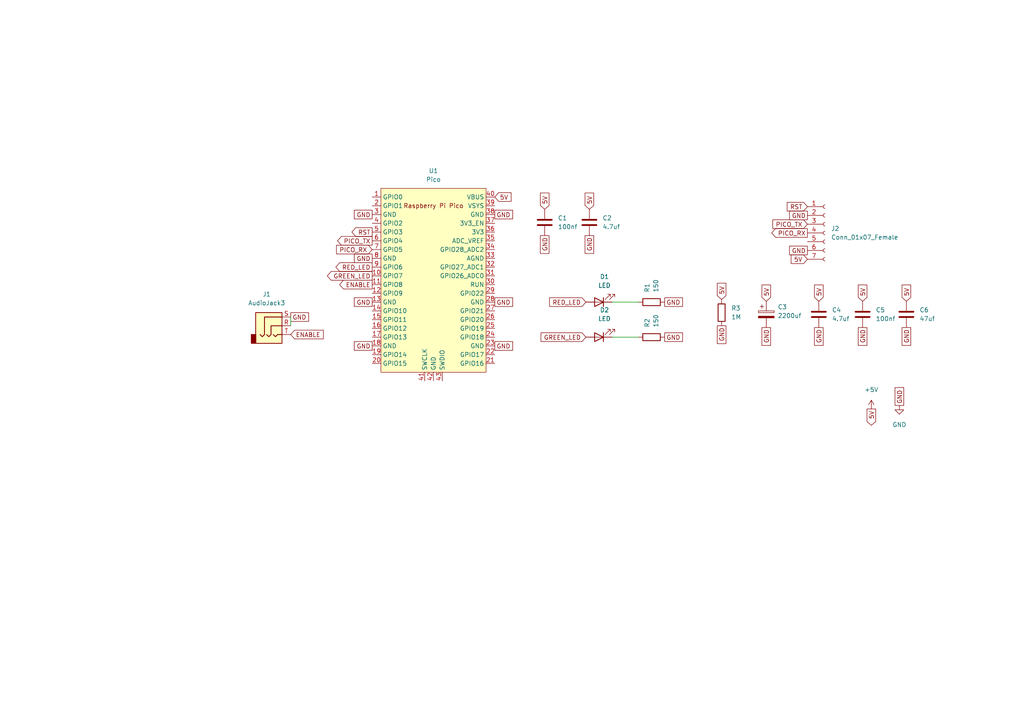
<source format=kicad_sch>
(kicad_sch (version 20211123) (generator eeschema)
  (paper "A4")
  (lib_symbols
    (symbol "Connector:AudioJack3"
      (property "Reference" "J" (at 0 8.89 0))
      (property "Value" "AudioJack3" (at 0 6.35 0))
      (symbol "AudioJack3_0_1"
        (rectangle (start -5.08 -5.08) (end -6.35 -2.54) (stroke (width 0.254)) (fill (type outline)))
        (polyline (pts (xy 0 -2.54) (xy 0.635 -3.175) (xy 1.27 -2.54) (xy 2.54 -2.54)) (stroke (width 0.254)))
        (polyline (pts (xy -1.905 -2.54) (xy -1.27 -3.175) (xy -0.635 -2.54) (xy -0.635 0) (xy 2.54 0)) (stroke (width 0.254)))
        (polyline (pts (xy 2.54 2.54) (xy -2.54 2.54) (xy -2.54 -2.54) (xy -3.175 -3.175) (xy -3.81 -2.54)) (stroke (width 0.254)))
        (rectangle (start 2.54 3.81) (end -5.08 -5.08) (stroke (width 0.254)) (fill (type background)))
      )
      (symbol "AudioJack3_1_1"
        (pin passive line (at 5.08 0 180) (length 2.54) (name "~") (number "R"))
        (pin passive line (at 5.08 2.54 180) (length 2.54) (name "~") (number "S"))
        (pin passive line (at 5.08 -2.54 180) (length 2.54) (name "~") (number "T"))
      )
    )
    (symbol "Connector:Conn_01x07_Female" (pin_names (offset 1.016) hide)
      (property "Reference" "J" (at 0 10.16 0))
      (property "Value" "Conn_01x07_Female" (at 0 -10.16 0))
      (symbol "Conn_01x07_Female_1_1"
        (arc (start 0 -7.112) (mid -0.508 -7.62) (end 0 -8.128) (stroke (width 0.1524)))
        (arc (start 0 -4.572) (mid -0.508 -5.08) (end 0 -5.588) (stroke (width 0.1524)))
        (arc (start 0 -2.032) (mid -0.508 -2.54) (end 0 -3.048) (stroke (width 0.1524)))
        (polyline (pts (xy -1.27 -7.62) (xy -0.508 -7.62)) (stroke (width 0.1524)))
        (polyline (pts (xy -1.27 -5.08) (xy -0.508 -5.08)) (stroke (width 0.1524)))
        (polyline (pts (xy -1.27 -2.54) (xy -0.508 -2.54)) (stroke (width 0.1524)))
        (polyline (pts (xy -1.27 0) (xy -0.508 0)) (stroke (width 0.1524)))
        (polyline (pts (xy -1.27 2.54) (xy -0.508 2.54)) (stroke (width 0.1524)))
        (polyline (pts (xy -1.27 5.08) (xy -0.508 5.08)) (stroke (width 0.1524)))
        (polyline (pts (xy -1.27 7.62) (xy -0.508 7.62)) (stroke (width 0.1524)))
        (arc (start 0 0.508) (mid -0.508 0) (end 0 -0.508) (stroke (width 0.1524)))
        (arc (start 0 3.048) (mid -0.508 2.54) (end 0 2.032) (stroke (width 0.1524)))
        (arc (start 0 5.588) (mid -0.508 5.08) (end 0 4.572) (stroke (width 0.1524)))
        (arc (start 0 8.128) (mid -0.508 7.62) (end 0 7.112) (stroke (width 0.1524)))
        (pin passive line (at -5.08 7.62 0) (length 3.81) (name "Pin_1") (number "1"))
        (pin passive line (at -5.08 5.08 0) (length 3.81) (name "Pin_2") (number "2"))
        (pin passive line (at -5.08 2.54 0) (length 3.81) (name "Pin_3") (number "3"))
        (pin passive line (at -5.08 0 0) (length 3.81) (name "Pin_4") (number "4"))
        (pin passive line (at -5.08 -2.54 0) (length 3.81) (name "Pin_5") (number "5"))
        (pin passive line (at -5.08 -5.08 0) (length 3.81) (name "Pin_6") (number "6"))
        (pin passive line (at -5.08 -7.62 0) (length 3.81) (name "Pin_7") (number "7"))
      )
    )
    (symbol "Device:C" (pin_numbers hide) (pin_names (offset 0.254))
      (property "Reference" "C" (at 0.635 2.54 0))
      (property "Value" "C" (at 0.635 -2.54 0))
      (symbol "C_0_1"
        (polyline (pts (xy -2.032 -0.762) (xy 2.032 -0.762)) (stroke (width 0.508)))
        (polyline (pts (xy -2.032 0.762) (xy 2.032 0.762)) (stroke (width 0.508)))
      )
      (symbol "C_1_1"
        (pin passive line (at 0 3.81 270) (length 2.794) (name "~") (number "1"))
        (pin passive line (at 0 -3.81 90) (length 2.794) (name "~") (number "2"))
      )
    )
    (symbol "Device:C_Polarized" (pin_numbers hide) (pin_names (offset 0.254))
      (property "Reference" "C" (at 0.635 2.54 0))
      (property "Value" "C_Polarized" (at 0.635 -2.54 0))
      (symbol "C_Polarized_0_1"
        (rectangle (start -2.286 0.508) (end 2.286 1.016))
        (polyline (pts (xy -1.778 2.286) (xy -0.762 2.286)))
        (polyline (pts (xy -1.27 2.794) (xy -1.27 1.778)))
        (rectangle (start 2.286 -0.508) (end -2.286 -1.016) (fill (type outline)))
      )
      (symbol "C_Polarized_1_1"
        (pin passive line (at 0 3.81 270) (length 2.794) (name "~") (number "1"))
        (pin passive line (at 0 -3.81 90) (length 2.794) (name "~") (number "2"))
      )
    )
    (symbol "Device:LED" (pin_numbers hide) (pin_names (offset 1.016) hide)
      (property "Reference" "D" (at 0 2.54 0))
      (property "Value" "LED" (at 0 -2.54 0))
      (symbol "LED_0_1"
        (polyline (pts (xy -1.27 -1.27) (xy -1.27 1.27)) (stroke (width 0.254)))
        (polyline (pts (xy -1.27 0) (xy 1.27 0)))
        (polyline (pts (xy 1.27 -1.27) (xy 1.27 1.27) (xy -1.27 0) (xy 1.27 -1.27)) (stroke (width 0.254)))
        (polyline (pts (xy -3.048 -0.762) (xy -4.572 -2.286) (xy -3.81 -2.286) (xy -4.572 -2.286) (xy -4.572 -1.524)))
        (polyline (pts (xy -1.778 -0.762) (xy -3.302 -2.286) (xy -2.54 -2.286) (xy -3.302 -2.286) (xy -3.302 -1.524)))
      )
      (symbol "LED_1_1"
        (pin passive line (at -3.81 0 0) (length 2.54) (name "K") (number "1"))
        (pin passive line (at 3.81 0 180) (length 2.54) (name "A") (number "2"))
      )
    )
    (symbol "Device:R" (pin_numbers hide) (pin_names (offset 0))
      (property "Reference" "R" (at 2.032 0 90))
      (property "Value" "R" (at 0 0 90))
      (symbol "R_0_1"
        (rectangle (start -1.016 -2.54) (end 1.016 2.54) (stroke (width 0.254)))
      )
      (symbol "R_1_1"
        (pin passive line (at 0 3.81 270) (length 1.27) (name "~") (number "1"))
        (pin passive line (at 0 -3.81 90) (length 1.27) (name "~") (number "2"))
      )
    )
    (symbol "MCU_RaspberryPi_and_Boards:Pico"
      (property "Reference" "U" (at -13.97 27.94 0))
      (property "Value" "Pico" (at 0 19.05 0))
      (symbol "Pico_0_0"
        (text "Raspberry Pi Pico" (at 0 21.59 0) (effects (font (size 1.27 1.27))))
      )
      (symbol "Pico_0_1"
        (rectangle (start -15.24 26.67) (end 15.24 -26.67) (fill (type background)))
      )
      (symbol "Pico_1_1"
        (pin bidirectional line (at -17.78 24.13 0) (length 2.54) (name "GPIO0") (number "1"))
        (pin bidirectional line (at -17.78 1.27 0) (length 2.54) (name "GPIO7") (number "10"))
        (pin bidirectional line (at -17.78 -1.27 0) (length 2.54) (name "GPIO8") (number "11"))
        (pin bidirectional line (at -17.78 -3.81 0) (length 2.54) (name "GPIO9") (number "12"))
        (pin power_in line (at -17.78 -6.35 0) (length 2.54) (name "GND") (number "13"))
        (pin bidirectional line (at -17.78 -8.89 0) (length 2.54) (name "GPIO10") (number "14"))
        (pin bidirectional line (at -17.78 -11.43 0) (length 2.54) (name "GPIO11") (number "15"))
        (pin bidirectional line (at -17.78 -13.97 0) (length 2.54) (name "GPIO12") (number "16"))
        (pin bidirectional line (at -17.78 -16.51 0) (length 2.54) (name "GPIO13") (number "17"))
        (pin power_in line (at -17.78 -19.05 0) (length 2.54) (name "GND") (number "18"))
        (pin bidirectional line (at -17.78 -21.59 0) (length 2.54) (name "GPIO14") (number "19"))
        (pin bidirectional line (at -17.78 21.59 0) (length 2.54) (name "GPIO1") (number "2"))
        (pin bidirectional line (at -17.78 -24.13 0) (length 2.54) (name "GPIO15") (number "20"))
        (pin bidirectional line (at 17.78 -24.13 180) (length 2.54) (name "GPIO16") (number "21"))
        (pin bidirectional line (at 17.78 -21.59 180) (length 2.54) (name "GPIO17") (number "22"))
        (pin power_in line (at 17.78 -19.05 180) (length 2.54) (name "GND") (number "23"))
        (pin bidirectional line (at 17.78 -16.51 180) (length 2.54) (name "GPIO18") (number "24"))
        (pin bidirectional line (at 17.78 -13.97 180) (length 2.54) (name "GPIO19") (number "25"))
        (pin bidirectional line (at 17.78 -11.43 180) (length 2.54) (name "GPIO20") (number "26"))
        (pin bidirectional line (at 17.78 -8.89 180) (length 2.54) (name "GPIO21") (number "27"))
        (pin power_in line (at 17.78 -6.35 180) (length 2.54) (name "GND") (number "28"))
        (pin bidirectional line (at 17.78 -3.81 180) (length 2.54) (name "GPIO22") (number "29"))
        (pin power_in line (at -17.78 19.05 0) (length 2.54) (name "GND") (number "3"))
        (pin input line (at 17.78 -1.27 180) (length 2.54) (name "RUN") (number "30"))
        (pin bidirectional line (at 17.78 1.27 180) (length 2.54) (name "GPIO26_ADC0") (number "31"))
        (pin bidirectional line (at 17.78 3.81 180) (length 2.54) (name "GPIO27_ADC1") (number "32"))
        (pin power_in line (at 17.78 6.35 180) (length 2.54) (name "AGND") (number "33"))
        (pin bidirectional line (at 17.78 8.89 180) (length 2.54) (name "GPIO28_ADC2") (number "34"))
        (pin power_in line (at 17.78 11.43 180) (length 2.54) (name "ADC_VREF") (number "35"))
        (pin power_in line (at 17.78 13.97 180) (length 2.54) (name "3V3") (number "36"))
        (pin input line (at 17.78 16.51 180) (length 2.54) (name "3V3_EN") (number "37"))
        (pin bidirectional line (at 17.78 19.05 180) (length 2.54) (name "GND") (number "38"))
        (pin power_in line (at 17.78 21.59 180) (length 2.54) (name "VSYS") (number "39"))
        (pin bidirectional line (at -17.78 16.51 0) (length 2.54) (name "GPIO2") (number "4"))
        (pin power_in line (at 17.78 24.13 180) (length 2.54) (name "VBUS") (number "40"))
        (pin input line (at -2.54 -29.21 90) (length 2.54) (name "SWCLK") (number "41"))
        (pin power_in line (at 0 -29.21 90) (length 2.54) (name "GND") (number "42"))
        (pin bidirectional line (at 2.54 -29.21 90) (length 2.54) (name "SWDIO") (number "43"))
        (pin bidirectional line (at -17.78 13.97 0) (length 2.54) (name "GPIO3") (number "5"))
        (pin bidirectional line (at -17.78 11.43 0) (length 2.54) (name "GPIO4") (number "6"))
        (pin bidirectional line (at -17.78 8.89 0) (length 2.54) (name "GPIO5") (number "7"))
        (pin power_in line (at -17.78 6.35 0) (length 2.54) (name "GND") (number "8"))
        (pin bidirectional line (at -17.78 3.81 0) (length 2.54) (name "GPIO6") (number "9"))
      )
    )
    (symbol "power:+5V" (power) (pin_names (offset 0))
      (property "Value" "+5V" (at 0 3.556 0))
      (symbol "+5V_0_1"
        (polyline (pts (xy -0.762 1.27) (xy 0 2.54)))
        (polyline (pts (xy 0 0) (xy 0 2.54)))
        (polyline (pts (xy 0 2.54) (xy 0.762 1.27)))
      )
      (symbol "+5V_1_1"
        (pin power_in line (at 0 0 90) (length 0) hide (name "+5V") (number "1"))
      )
    )
    (symbol "power:GND" (power) (pin_names (offset 0))
      (property "Value" "GND" (at 0 -3.81 0))
      (symbol "GND_0_1"
        (polyline (pts (xy 0 0) (xy 0 -1.27) (xy 1.27 -1.27) (xy 0 -2.54) (xy -1.27 -1.27) (xy 0 -1.27)))
      )
      (symbol "GND_1_1"
        (pin power_in line (at 0 0 270) (length 0) hide (name "GND") (number "1"))
      )
    )
  )
  (wire (pts (xy 177.546 97.79) (xy 185.166 97.79)))
  (wire (pts (xy 177.546 87.63) (xy 185.166 87.63)))
  (wire (pts (xy 84.328 91.948) (xy 84.328 94.488)))
  (global_label "GND" (shape passive) (at 260.858 117.602 90) (property "Intersheet References" "${INTERSHEET_REFS}" (effects hide)))
  (global_label "GND" (shape passive) (at 143.51 87.63 0) (property "Intersheet References" "${INTERSHEET_REFS}" (effects hide)))
  (global_label "5V" (shape input) (at 222.25 87.376 90) (property "Intersheet References" "${INTERSHEET_REFS}" (effects hide)))
  (global_label "GND" (shape passive) (at 192.786 97.79 0) (property "Intersheet References" "${INTERSHEET_REFS}" (effects hide)))
  (global_label "GREEN_LED" (shape input) (at 169.926 97.79 180) (property "Intersheet References" "${INTERSHEET_REFS}" (effects hide)))
  (global_label "5V" (shape input) (at 237.49 87.376 90) (property "Intersheet References" "${INTERSHEET_REFS}" (effects hide)))
  (global_label "RED_LED" (shape input) (at 169.926 87.63 180) (property "Intersheet References" "${INTERSHEET_REFS}" (effects hide)))
  (global_label "GND" (shape passive) (at 209.296 94.488 270) (property "Intersheet References" "${INTERSHEET_REFS}" (effects hide)))
  (global_label "5V" (shape input) (at 209.296 86.868 90) (property "Intersheet References" "${INTERSHEET_REFS}" (effects hide)))
  (global_label "5V" (shape input) (at 250.19 87.376 90) (property "Intersheet References" "${INTERSHEET_REFS}" (effects hide)))
  (global_label "GND" (shape passive) (at 84.328 91.948 0) (property "Intersheet References" "${INTERSHEET_REFS}" (effects hide)))
  (global_label "GND" (shape passive) (at 107.95 62.23 180) (property "Intersheet References" "${INTERSHEET_REFS}" (effects hide)))
  (global_label "GND" (shape passive) (at 234.188 72.644 180) (property "Intersheet References" "${INTERSHEET_REFS}" (effects hide)))
  (global_label "GND" (shape passive) (at 234.188 62.484 180) (property "Intersheet References" "${INTERSHEET_REFS}" (effects hide)))
  (global_label "GND" (shape passive) (at 192.786 87.63 0) (property "Intersheet References" "${INTERSHEET_REFS}" (effects hide)))
  (global_label "5V" (shape input) (at 170.942 60.706 90) (property "Intersheet References" "${INTERSHEET_REFS}" (effects hide)))
  (global_label "GND" (shape passive) (at 143.51 100.33 0) (property "Intersheet References" "${INTERSHEET_REFS}" (effects hide)))
  (global_label "GND" (shape passive) (at 157.988 68.326 270) (property "Intersheet References" "${INTERSHEET_REFS}" (effects hide)))
  (global_label "5V" (shape input) (at 234.188 75.184 180) (property "Intersheet References" "${INTERSHEET_REFS}" (effects hide)))
  (global_label "PICO_RX" (shape input) (at 107.95 72.39 180) (property "Intersheet References" "${INTERSHEET_REFS}" (effects hide)))
  (global_label "5V" (shape input) (at 143.51 57.15 0) (property "Intersheet References" "${INTERSHEET_REFS}" (effects hide)))
  (global_label "GND" (shape passive) (at 107.95 100.33 180) (property "Intersheet References" "${INTERSHEET_REFS}" (effects hide)))
  (global_label "PICO_RX" (shape output) (at 234.188 67.564 180) (property "Intersheet References" "${INTERSHEET_REFS}" (effects hide)))
  (global_label "GND" (shape passive) (at 250.19 94.996 270) (property "Intersheet References" "${INTERSHEET_REFS}" (effects hide)))
  (global_label "5V" (shape input) (at 157.988 60.706 90) (property "Intersheet References" "${INTERSHEET_REFS}" (effects hide)))
  (global_label "GND" (shape passive) (at 107.95 74.93 180) (property "Intersheet References" "${INTERSHEET_REFS}" (effects hide)))
  (global_label "PICO_TX" (shape output) (at 107.95 69.85 180) (property "Intersheet References" "${INTERSHEET_REFS}" (effects hide)))
  (global_label "GND" (shape passive) (at 143.51 62.23 0) (property "Intersheet References" "${INTERSHEET_REFS}" (effects hide)))
  (global_label "5V" (shape output) (at 252.73 118.618 270) (property "Intersheet References" "${INTERSHEET_REFS}" (effects hide)))
  (global_label "GREEN_LED" (shape output) (at 107.95 80.01 180) (property "Intersheet References" "${INTERSHEET_REFS}" (effects hide)))
  (global_label "PICO_TX" (shape input) (at 234.188 65.024 180) (property "Intersheet References" "${INTERSHEET_REFS}" (effects hide)))
  (global_label "RED_LED" (shape output) (at 107.95 77.47 180) (property "Intersheet References" "${INTERSHEET_REFS}" (effects hide)))
  (global_label "5V" (shape input) (at 262.89 87.376 90) (property "Intersheet References" "${INTERSHEET_REFS}" (effects hide)))
  (global_label "GND" (shape passive) (at 107.95 87.63 180) (property "Intersheet References" "${INTERSHEET_REFS}" (effects hide)))
  (global_label "RST" (shape output) (at 107.95 67.31 180) (property "Intersheet References" "${INTERSHEET_REFS}" (effects hide)))
  (global_label "GND" (shape passive) (at 222.25 94.996 270) (property "Intersheet References" "${INTERSHEET_REFS}" (effects hide)))
  (global_label "RST" (shape input) (at 234.188 59.944 180) (property "Intersheet References" "${INTERSHEET_REFS}" (effects hide)))
  (global_label "GND" (shape passive) (at 237.49 94.996 270) (property "Intersheet References" "${INTERSHEET_REFS}" (effects hide)))
  (global_label "GND" (shape passive) (at 170.942 68.326 270) (property "Intersheet References" "${INTERSHEET_REFS}" (effects hide)))
  (global_label "ENABLE" (shape input) (at 84.328 97.028 0) (property "Intersheet References" "${INTERSHEET_REFS}" (effects hide)))
  (global_label "GND" (shape passive) (at 262.89 94.996 270) (property "Intersheet References" "${INTERSHEET_REFS}" (effects hide)))
  (global_label "ENABLE" (shape output) (at 107.95 82.55 180) (property "Intersheet References" "${INTERSHEET_REFS}" (effects hide)))
  (symbol (lib_id "Device:R") (at 209.296 90.678 0) (unit 1)
    (property "Reference" "R3" (at 212.09 89.4079 0) (effects (justify left)))
    (property "Value" "1M" (at 212.09 91.9479 0) (effects (justify left)))
    (property "Footprint" "Resistor_THT:R_Axial_DIN0207_L6.3mm_D2.5mm_P7.62mm_Horizontal" (effects hide))
  )
  (symbol (lib_id "power:GND") (at 260.858 117.602 0) (unit 1)
    (property "Reference" "#PWR0101" (effects hide))
    (property "Value" "GND" (at 260.858 123.19 0))
    (property "Footprint" "Connector_Pin:Pin_D1.0mm_L10.0mm" (effects hide))
  )
  (symbol (lib_id "Device:LED") (at 173.736 87.63 180) (unit 1)
    (property "Reference" "D1" (at 175.3235 80.264 0))
    (property "Value" "LED" (at 175.3235 82.804 0))
    (property "Footprint" "LED_THT:LED_D5.0mm" (effects hide))
  )
  (symbol (lib_id "Connector:AudioJack3") (at 79.248 94.488 0) (unit 1)
    (property "Reference" "J1" (at 77.343 85.344 0))
    (property "Value" "AudioJack3" (at 77.343 87.884 0))
    (property "Footprint" "Connector_Audio:Jack_3.5mm_CUI_SJ1-3525N_Horizontal" (effects hide))
  )
  (symbol (lib_id "Connector:Conn_01x07_Female") (at 239.268 67.564 0) (unit 1)
    (property "Reference" "J2" (at 241.046 66.2939 0) (effects (justify left)))
    (property "Value" "Conn_01x07_Female" (at 241.046 68.8339 0) (effects (justify left)))
    (property "Footprint" "Connector_PinHeader_2.54mm:PinHeader_1x07_P2.54mm_Vertical" (effects hide))
  )
  (symbol (lib_id "Device:C") (at 157.988 64.516 0) (unit 1)
    (property "Reference" "C1" (at 161.798 63.2459 0) (effects (justify left)))
    (property "Value" "100nf" (at 161.798 65.7859 0) (effects (justify left)))
    (property "Footprint" "Capacitor_THT:C_Disc_D3.8mm_W2.6mm_P2.50mm" (effects hide))
  )
  (symbol (lib_id "Device:C") (at 262.89 91.186 0) (unit 1)
    (property "Reference" "C6" (at 266.7 89.9159 0) (effects (justify left)))
    (property "Value" "47uf" (at 266.7 92.4559 0) (effects (justify left)))
    (property "Footprint" "Capacitor_THT:C_Disc_D3.8mm_W2.6mm_P2.50mm" (effects hide))
  )
  (symbol (lib_id "Device:C_Polarized") (at 222.25 91.186 0) (unit 1)
    (property "Reference" "C3" (at 225.552 89.0269 0) (effects (justify left)))
    (property "Value" "2200uf" (at 225.552 91.5669 0) (effects (justify left)))
    (property "Footprint" "Capacitor_THT:C_Radial_D12.5mm_H20.0mm_P5.00mm" (effects hide))
  )
  (symbol (lib_id "Device:C") (at 170.942 64.516 0) (unit 1)
    (property "Reference" "C2" (at 174.752 63.2459 0) (effects (justify left)))
    (property "Value" "4.7uf" (at 174.752 65.7859 0) (effects (justify left)))
    (property "Footprint" "Capacitor_THT:C_Disc_D3.8mm_W2.6mm_P2.50mm" (effects hide))
  )
  (symbol (lib_id "Device:R") (at 188.976 87.63 90) (unit 1)
    (property "Reference" "R1" (at 187.7059 84.836 0) (effects (justify left)))
    (property "Value" "150" (at 190.2459 84.836 0) (effects (justify left)))
    (property "Footprint" "Resistor_THT:R_Axial_DIN0207_L6.3mm_D2.5mm_P7.62mm_Horizontal" (effects hide))
  )
  (symbol (lib_id "Device:C") (at 237.49 91.186 0) (unit 1)
    (property "Reference" "C4" (at 241.3 89.9159 0) (effects (justify left)))
    (property "Value" "4.7uf" (at 241.3 92.4559 0) (effects (justify left)))
    (property "Footprint" "Capacitor_THT:C_Disc_D3.8mm_W2.6mm_P2.50mm" (effects hide))
  )
  (symbol (lib_id "Device:LED") (at 173.736 97.79 180) (unit 1)
    (property "Reference" "D2" (at 175.3235 89.916 0))
    (property "Value" "LED" (at 175.3235 92.456 0))
    (property "Footprint" "LED_THT:LED_D5.0mm" (effects hide))
  )
  (symbol (lib_id "MCU_RaspberryPi_and_Boards:Pico") (at 125.73 81.28 0) (unit 1)
    (property "Reference" "U1" (at 125.73 49.53 0))
    (property "Value" "Pico" (at 125.73 52.07 0))
    (property "Footprint" "MCU_RaspberryPi_and_Boards:RPi_Pico_SMD_TH" (effects hide))
  )
  (symbol (lib_id "power:+5V") (at 252.73 118.618 0) (unit 1)
    (property "Reference" "#PWR0102" (effects hide))
    (property "Value" "+5V" (at 252.73 113.03 0))
    (property "Footprint" "Connector_Pin:Pin_D1.0mm_L10.0mm" (effects hide))
  )
  (symbol (lib_id "Device:R") (at 188.976 97.79 90) (unit 1)
    (property "Reference" "R2" (at 187.7059 94.996 0) (effects (justify left)))
    (property "Value" "150" (at 190.2459 94.996 0) (effects (justify left)))
    (property "Footprint" "Resistor_THT:R_Axial_DIN0207_L6.3mm_D2.5mm_P7.62mm_Horizontal" (effects hide))
  )
  (symbol (lib_id "Device:C") (at 250.19 91.186 0) (unit 1)
    (property "Reference" "C5" (at 254 89.9159 0) (effects (justify left)))
    (property "Value" "100nf" (at 254 92.4559 0) (effects (justify left)))
    (property "Footprint" "Capacitor_THT:C_Disc_D3.8mm_W2.6mm_P2.50mm" (effects hide))
  )
)
</source>
